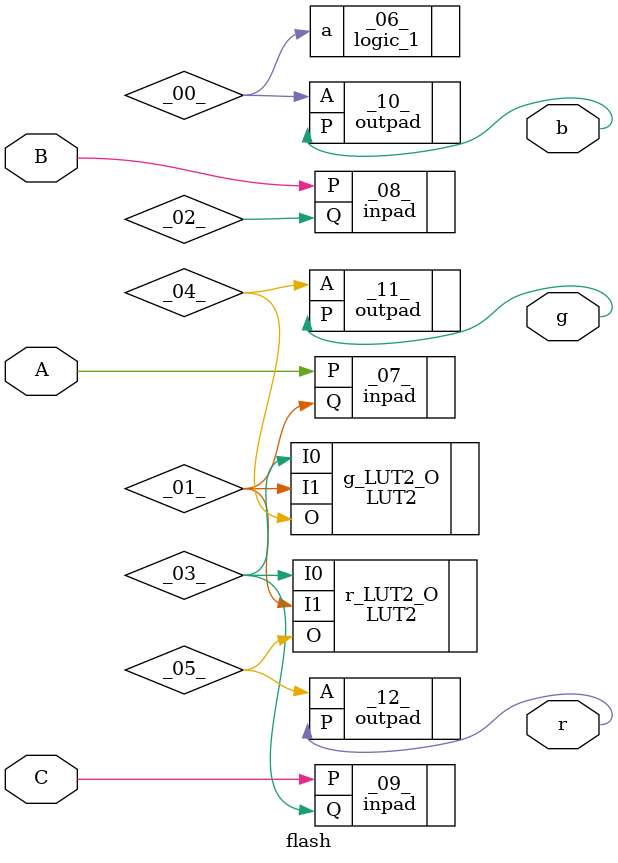
<source format=v>
/* Generated by Yosys 0.9+2406 (git sha1 ca763e6d5, gcc 10.2.1-6 -fPIC -Os) */

(* top =  1  *)
(* src = "/data/data/com.termux/files/home/fpga-examples/./fpga_assignment/flash.v:1.1-16.10" *)
module flash(A, B, C, r, g, b);
  wire _00_;
  wire _01_;
  (* unused_bits = "0" *)
  wire _02_;
  wire _03_;
  wire _04_;
  wire _05_;
  (* src = "/data/data/com.termux/files/home/fpga-examples/./fpga_assignment/flash.v:2.8-2.9" *)
  input A;
  (* src = "/data/data/com.termux/files/home/fpga-examples/./fpga_assignment/flash.v:3.8-3.9" *)
  input B;
  (* src = "/data/data/com.termux/files/home/fpga-examples/./fpga_assignment/flash.v:4.8-4.9" *)
  input C;
  (* src = "/data/data/com.termux/files/home/fpga-examples/./fpga_assignment/flash.v:7.14-7.15" *)
  output b;
  (* src = "/data/data/com.termux/files/home/fpga-examples/./fpga_assignment/flash.v:6.14-6.15" *)
  output g;
  (* src = "/data/data/com.termux/files/home/fpga-examples/./fpga_assignment/flash.v:5.14-5.15" *)
  output r;
  logic_1 _06_ (
    .a(_00_)
  );
  (* keep = 32'd1 *)
  inpad #(
    .IO_LOC({0{1'b0}}),
    .IO_PAD({0{1'b0}}),
    .IO_TYPE({0{1'b0}})
  ) _07_ (
    .P(A),
    .Q(_01_)
  );
  (* keep = 32'd1 *)
  inpad #(
    .IO_LOC({0{1'b0}}),
    .IO_PAD({0{1'b0}}),
    .IO_TYPE({0{1'b0}})
  ) _08_ (
    .P(B),
    .Q(_02_)
  );
  (* keep = 32'd1 *)
  inpad #(
    .IO_LOC({0{1'b0}}),
    .IO_PAD({0{1'b0}}),
    .IO_TYPE({0{1'b0}})
  ) _09_ (
    .P(C),
    .Q(_03_)
  );
  (* keep = 32'd1 *)
  outpad #(
    .IO_LOC("X30Y32"),
    .IO_PAD("38"),
    .IO_TYPE("BIDIR")
  ) _10_ (
    .A(_00_),
    .P(b)
  );
  (* keep = 32'd1 *)
  outpad #(
    .IO_LOC("X24Y32"),
    .IO_PAD("39"),
    .IO_TYPE("BIDIR")
  ) _11_ (
    .A(_04_),
    .P(g)
  );
  (* keep = 32'd1 *)
  outpad #(
    .IO_LOC("X22Y32"),
    .IO_PAD("34"),
    .IO_TYPE("BIDIR")
  ) _12_ (
    .A(_05_),
    .P(r)
  );
  (* module_not_derived = 32'd1 *)
  (* src = "/data/data/com.termux/files/home/symbiflow/bin/../share/yosys/quicklogic/pp3_lut_map.v:32.63-32.110" *)
  LUT2 #(
    .EQN("(I0*~I1)+(~I0*I1)+(I0*I1)"),
    .INIT(4'he)
  ) g_LUT2_O (
    .I0(_03_),
    .I1(_01_),
    .O(_04_)
  );
  (* module_not_derived = 32'd1 *)
  (* src = "/data/data/com.termux/files/home/symbiflow/bin/../share/yosys/quicklogic/pp3_lut_map.v:32.63-32.110" *)
  LUT2 #(
    .EQN("(I0*~I1)+(~I0*I1)+(I0*I1)"),
    .INIT(4'he)
  ) r_LUT2_O (
    .I0(_03_),
    .I1(_01_),
    .O(_05_)
  );
endmodule

</source>
